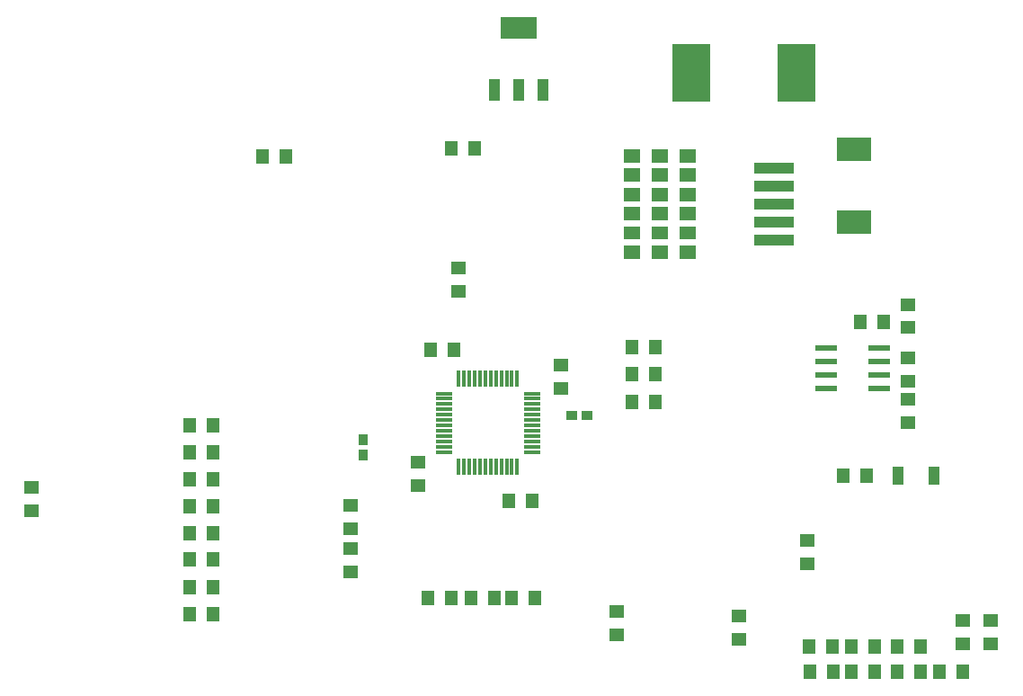
<source format=gbr>
G04*
G04 #@! TF.GenerationSoftware,Altium Limited,Altium Designer,22.4.2 (48)*
G04*
G04 Layer_Color=8421504*
%FSLAX25Y25*%
%MOIN*%
G70*
G04*
G04 #@! TF.SameCoordinates,F61A7644-D23D-4A37-B683-A49046494346*
G04*
G04*
G04 #@! TF.FilePolarity,Positive*
G04*
G01*
G75*
%ADD20R,0.03937X0.03740*%
G04:AMPARAMS|DCode=21|XSize=11.02mil|YSize=61.42mil|CornerRadius=2.76mil|HoleSize=0mil|Usage=FLASHONLY|Rotation=180.000|XOffset=0mil|YOffset=0mil|HoleType=Round|Shape=RoundedRectangle|*
%AMROUNDEDRECTD21*
21,1,0.01102,0.05591,0,0,180.0*
21,1,0.00551,0.06142,0,0,180.0*
1,1,0.00551,-0.00276,0.02795*
1,1,0.00551,0.00276,0.02795*
1,1,0.00551,0.00276,-0.02795*
1,1,0.00551,-0.00276,-0.02795*
%
%ADD21ROUNDEDRECTD21*%
G04:AMPARAMS|DCode=22|XSize=11.02mil|YSize=61.42mil|CornerRadius=2.76mil|HoleSize=0mil|Usage=FLASHONLY|Rotation=90.000|XOffset=0mil|YOffset=0mil|HoleType=Round|Shape=RoundedRectangle|*
%AMROUNDEDRECTD22*
21,1,0.01102,0.05591,0,0,90.0*
21,1,0.00551,0.06142,0,0,90.0*
1,1,0.00551,0.02795,0.00276*
1,1,0.00551,0.02795,-0.00276*
1,1,0.00551,-0.02795,-0.00276*
1,1,0.00551,-0.02795,0.00276*
%
%ADD22ROUNDEDRECTD22*%
%ADD23R,0.05512X0.04724*%
%ADD24R,0.04724X0.05512*%
%ADD25R,0.04331X0.08465*%
%ADD26R,0.13189X0.08465*%
%ADD27R,0.03740X0.03937*%
G04:AMPARAMS|DCode=28|XSize=77.56mil|YSize=23.23mil|CornerRadius=2.9mil|HoleSize=0mil|Usage=FLASHONLY|Rotation=0.000|XOffset=0mil|YOffset=0mil|HoleType=Round|Shape=RoundedRectangle|*
%AMROUNDEDRECTD28*
21,1,0.07756,0.01742,0,0,0.0*
21,1,0.07175,0.02323,0,0,0.0*
1,1,0.00581,0.03588,-0.00871*
1,1,0.00581,-0.03588,-0.00871*
1,1,0.00581,-0.03588,0.00871*
1,1,0.00581,0.03588,0.00871*
%
%ADD28ROUNDEDRECTD28*%
%ADD29R,0.14173X0.21654*%
%ADD30R,0.03937X0.06890*%
%ADD31R,0.14921X0.03898*%
%ADD32R,0.12520X0.08858*%
G36*
X273303Y182181D02*
X267318D01*
Y187102D01*
X273303D01*
Y182181D01*
D02*
G37*
G36*
X262948D02*
X256964D01*
Y187102D01*
X262948D01*
Y182181D01*
D02*
G37*
G36*
X252594D02*
X246610D01*
Y187102D01*
X252594D01*
Y182181D01*
D02*
G37*
G36*
X273303Y175055D02*
X267318D01*
Y179976D01*
X273303D01*
Y175055D01*
D02*
G37*
G36*
X262948D02*
X256964D01*
Y179976D01*
X262948D01*
Y175055D01*
D02*
G37*
G36*
X252594D02*
X246610D01*
Y179976D01*
X252594D01*
Y175055D01*
D02*
G37*
G36*
X273303Y167929D02*
X267318D01*
Y172850D01*
X273303D01*
Y167929D01*
D02*
G37*
G36*
X262948D02*
X256964D01*
Y172850D01*
X262948D01*
Y167929D01*
D02*
G37*
G36*
X252594D02*
X246610D01*
Y172850D01*
X252594D01*
Y167929D01*
D02*
G37*
G36*
X273303Y203559D02*
X267318D01*
Y208480D01*
X273303D01*
Y203559D01*
D02*
G37*
G36*
X262948D02*
X256964D01*
Y208480D01*
X262948D01*
Y203559D01*
D02*
G37*
G36*
X252594D02*
X246610D01*
Y208480D01*
X252594D01*
Y203559D01*
D02*
G37*
G36*
X273303Y196433D02*
X267318D01*
Y201354D01*
X273303D01*
Y196433D01*
D02*
G37*
G36*
X262948D02*
X256964D01*
Y201354D01*
X262948D01*
Y196433D01*
D02*
G37*
G36*
X252594D02*
X246610D01*
Y201354D01*
X252594D01*
Y196433D01*
D02*
G37*
G36*
X273303Y189307D02*
X267318D01*
Y194228D01*
X273303D01*
Y189307D01*
D02*
G37*
G36*
X262948D02*
X256964D01*
Y194228D01*
X262948D01*
Y189307D01*
D02*
G37*
G36*
X252594D02*
X246610D01*
Y194228D01*
X252594D01*
Y189307D01*
D02*
G37*
D20*
X227047Y110000D02*
D03*
X232953D02*
D03*
D21*
X185342Y90718D02*
D03*
X187310D02*
D03*
X189279D02*
D03*
X191247D02*
D03*
X193216D02*
D03*
X195185D02*
D03*
X197153D02*
D03*
X199121D02*
D03*
X201090D02*
D03*
X203059D02*
D03*
X205027D02*
D03*
X206996D02*
D03*
Y123632D02*
D03*
X205027D02*
D03*
X203059D02*
D03*
X201090D02*
D03*
X199121D02*
D03*
X197153D02*
D03*
X195185D02*
D03*
X193216D02*
D03*
X191247D02*
D03*
X189279D02*
D03*
X187310D02*
D03*
X185342D02*
D03*
D22*
X212625Y96348D02*
D03*
Y98317D02*
D03*
Y100285D02*
D03*
Y102254D02*
D03*
Y104222D02*
D03*
Y106191D02*
D03*
Y108159D02*
D03*
Y110128D02*
D03*
Y112096D02*
D03*
Y114065D02*
D03*
Y116033D02*
D03*
Y118002D02*
D03*
X179712D02*
D03*
Y116033D02*
D03*
Y114065D02*
D03*
Y112096D02*
D03*
Y110128D02*
D03*
Y108159D02*
D03*
Y106191D02*
D03*
Y104222D02*
D03*
Y102254D02*
D03*
Y100285D02*
D03*
Y98317D02*
D03*
Y96348D02*
D03*
D23*
X352000Y115754D02*
D03*
Y107092D02*
D03*
Y131254D02*
D03*
Y122592D02*
D03*
X223169Y119849D02*
D03*
Y128511D02*
D03*
X145169Y67849D02*
D03*
Y76511D02*
D03*
Y60494D02*
D03*
Y51833D02*
D03*
X170169Y92511D02*
D03*
Y83849D02*
D03*
X382687Y25115D02*
D03*
Y33776D02*
D03*
X314515Y54780D02*
D03*
Y63442D02*
D03*
X27000Y74681D02*
D03*
Y83342D02*
D03*
X372122Y33776D02*
D03*
Y25115D02*
D03*
X244000Y37343D02*
D03*
Y28681D02*
D03*
X289132Y35363D02*
D03*
Y26702D02*
D03*
X185230Y164456D02*
D03*
Y155794D02*
D03*
X352000Y142350D02*
D03*
Y151012D02*
D03*
D24*
X191331Y209012D02*
D03*
X182670D02*
D03*
X183499Y134180D02*
D03*
X174838D02*
D03*
X85507Y56439D02*
D03*
X94169D02*
D03*
X85507Y36237D02*
D03*
X94169D02*
D03*
X85507Y46064D02*
D03*
X94169D02*
D03*
X85507Y66337D02*
D03*
X94169D02*
D03*
X85507Y86204D02*
D03*
X94169D02*
D03*
X85507Y76180D02*
D03*
X94169D02*
D03*
X85507Y96183D02*
D03*
X94169D02*
D03*
X212499Y78180D02*
D03*
X203838D02*
D03*
X182499Y42180D02*
D03*
X173838D02*
D03*
X189838D02*
D03*
X198499D02*
D03*
X205025D02*
D03*
X213686D02*
D03*
X363390Y14752D02*
D03*
X372052D02*
D03*
X347820Y14752D02*
D03*
X356482D02*
D03*
X339625D02*
D03*
X330963D02*
D03*
X324099D02*
D03*
X315438D02*
D03*
X328007Y87680D02*
D03*
X336669D02*
D03*
X347820Y24180D02*
D03*
X356482D02*
D03*
X330963Y24191D02*
D03*
X339625D02*
D03*
X315352Y24180D02*
D03*
X324013D02*
D03*
X258311Y125287D02*
D03*
X249649D02*
D03*
X258311Y135207D02*
D03*
X249649D02*
D03*
X258331Y115012D02*
D03*
X249670D02*
D03*
X85507Y106209D02*
D03*
X94169D02*
D03*
X342831Y144423D02*
D03*
X334170D02*
D03*
X121331Y206012D02*
D03*
X112670D02*
D03*
D25*
X198390Y230512D02*
D03*
X207445D02*
D03*
X216500D02*
D03*
D26*
X207445Y253543D02*
D03*
D27*
X150000Y100964D02*
D03*
Y95059D02*
D03*
D28*
X321710Y134923D02*
D03*
Y129923D02*
D03*
Y124923D02*
D03*
Y119923D02*
D03*
X341198D02*
D03*
Y124923D02*
D03*
Y129923D02*
D03*
Y134923D02*
D03*
D29*
X271512Y237012D02*
D03*
X310489D02*
D03*
D30*
X348306Y87680D02*
D03*
X361692D02*
D03*
D31*
X302279Y174819D02*
D03*
Y181512D02*
D03*
Y188205D02*
D03*
Y194898D02*
D03*
Y201590D02*
D03*
D32*
X332000Y208614D02*
D03*
Y181409D02*
D03*
M02*

</source>
